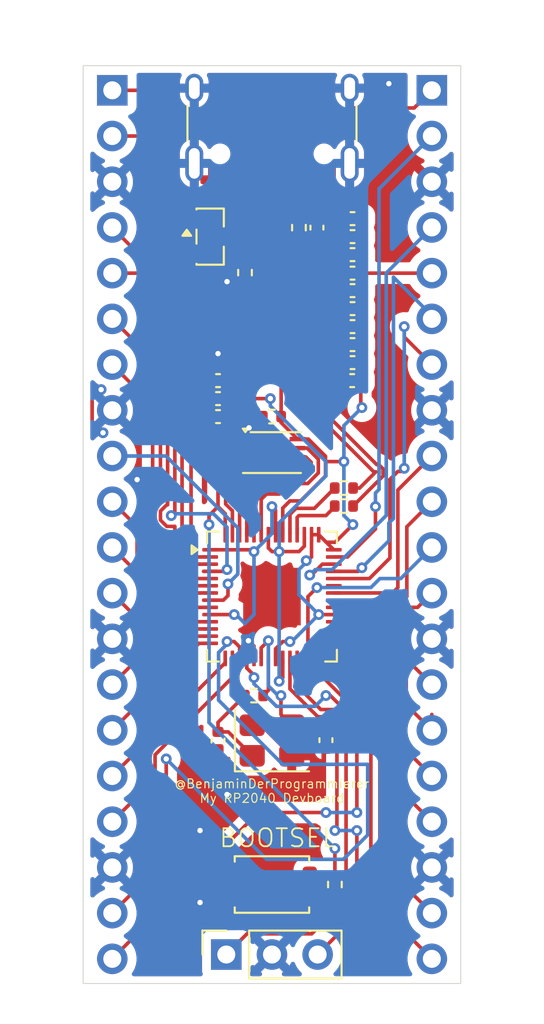
<source format=kicad_pcb>
(kicad_pcb (version 20241229) (generator "pcbnew") (generator_version "9.0")
  (layers (0 "F.Cu" signal) (2 "B.Cu" signal) (13 "F.Paste" user) (15 "B.Paste" user) (5 "F.SilkS" user "F.Silkscreen") (7 "B.SilkS" user "B.Silkscreen") (1 "F.Mask" user) (3 "B.Mask" user) (25 "Edge.Cuts" user))
  (net 0 "")
  (net 1 "+3V3")
  (net 2 "GND")
  (net 3 "+1V1")
  (net 4 "VBUS")
  (net 5 "XIN")
  (net 6 "Net-(C16-Pad2)")
  (net 7 "USB_D+")
  (net 8 "USB_D-")
  (net 9 "Net-(J1-CC1)")
  (net 10 "Net-(J1-CC2)")
  (net 11 "GPIO9")
  (net 12 "GPIO14")
  (net 13 "GPIO1")
  (net 14 "GPIO2")
  (net 15 "GPIO15")
  (net 16 "GPIO7")
  (net 17 "GPIO12")
  (net 18 "GPIO4")
  (net 19 "GPIO13")
  (net 20 "GPIO6")
  (net 21 "GPIO3")
  (net 22 "GPIO5")
  (net 23 "GPIO8")
  (net 24 "GPIO10")
  (net 25 "GPIO0")
  (net 26 "GPIO11")
  (net 27 "GPIO17")
  (net 28 "GPIO19")
  (net 29 "GPIO24")
  (net 30 "GPIO21")
  (net 31 "RUN")
  (net 32 "GPIO23")
  (net 33 "GPIO20")
  (net 34 "GPIO18")
  (net 35 "GPIO28_ADC2")
  (net 36 "GPIO22")
  (net 37 "GPIO16")
  (net 38 "GPIO29_ADC3")
  (net 39 "GPIO26_ADC0")
  (net 40 "GPIO27_ADC1")
  (net 41 "SWCLK")
  (net 42 "SWD")
  (net 43 "Net-(U1-USB_DP)")
  (net 44 "Net-(U1-USB_DM)")
  (net 45 "XOUT")
  (net 46 "QSPI_SS")
  (net 47 "Net-(R7-Pad1)")
  (net 49 "QSPI_SD1")
  (net 50 "QSPI_SCLK")
  (net 51 "QSPI_SD3")
  (net 52 "QSPI_SD2")
  (net 53 "QSPI_SD0")
  (footprint "Connector_USB:USB_C_Receptacle_HRO_TYPE-C-31-M-12" (layer "F.Cu") (at 131 63.8 180)
    (property "Reference" "J1" (hide yes))
    (property "Value" "USB_C_Receptacle_USB2.0_14P")
  )
  (footprint "Resistor_SMD:R_0402_1005Metric" (layer "F.Cu") (at 135 85.97 180)
    (property "Reference" "R4" (hide yes))
    (property "Value" "27Ω")
  )
  (footprint "Capacitor_SMD:C_0402_1005Metric" (layer "F.Cu") (at 135.48 70 180)
    (property "Reference" "C14" (hide yes))
    (property "Value" "1µF")
  )
  (footprint "Capacitor_SMD:C_0402_1005Metric" (layer "F.Cu") (at 135.48 74 180)
    (property "Reference" "C1" (hide yes))
    (property "Value" "0.1µF")
  )
  (footprint "Connector_PinSocket_2.54mm:PinSocket_1x03_P2.54mm_Vertical" (layer "F.Cu") (at 128.46 110.89 90)
    (property "Reference" "J4" (hide yes))
    (property "Value" "Conn_01x03_Pin")
  )
  (footprint "Resistor_SMD:R_0402_1005Metric" (layer "F.Cu") (at 132.5 70.5 90)
    (property "Reference" "R1" (hide yes))
    (property "Value" "5.1kΩ")
  )
  (footprint "Resistor_SMD:R_0402_1005Metric" (layer "F.Cu") (at 134.5 107 90)
    (property "Reference" "R7" (hide yes))
    (property "Value" "1kΩ")
  )
  (footprint "Capacitor_SMD:C_0402_1005Metric" (layer "F.Cu") (at 135.48 77 180)
    (property "Reference" "C5" (hide yes))
    (property "Value" "0.1µF")
  )
  (footprint "Capacitor_SMD:C_0402_1005Metric" (layer "F.Cu") (at 133.5 70.5 -90)
    (property "Reference" "C13" (hide yes))
    (property "Value" "1µF")
  )
  (footprint "Package_TO_SOT_SMD:SOT-23" (layer "F.Cu") (at 127.5625 71)
    (property "Reference" "U2" (hide yes))
    (property "Value" "MCP1700x-330xxTT")
  )
  (footprint "Capacitor_SMD:C_0402_1005Metric" (layer "F.Cu") (at 135.48 71 180)
    (property "Reference" "C4" (hide yes))
    (property "Value" "0.1µF")
  )
  (footprint "Package_SON:Winbond_USON-8-1EP_3x2mm_P0.5mm_EP0.2x1.6mm" (layer "F.Cu") (at 131 83)
    (property "Reference" "U3" (hide yes))
    (property "Value" "W25Q16JVZPIQ TR")
  )
  (footprint "Resistor_SMD:R_0402_1005Metric" (layer "F.Cu") (at 131 81 180)
    (property "Reference" "R6" (hide yes))
    (property "Value" "10kΩ")
  )
  (footprint "Resistor_SMD:R_0402_1005Metric" (layer "F.Cu") (at 135 84.97 180)
    (property "Reference" "R3" (hide yes))
    (property "Value" "27Ω")
  )
  (footprint "Resistor_SMD:R_0402_1005Metric" (layer "F.Cu") (at 130 96.5)
    (property "Reference" "R5" (hide yes))
    (property "Value" "1kΩ")
  )
  (footprint "Capacitor_SMD:C_0402_1005Metric" (layer "F.Cu") (at 135.48 73.03 180)
    (property "Reference" "C2" (hide yes))
    (property "Value" "0.1µF")
  )
  (footprint "Capacitor_SMD:C_0402_1005Metric" (layer "F.Cu") (at 135.46 79 180)
    (property "Reference" "C9" (hide yes))
    (property "Value" "1µF")
  )
  (footprint "Connector_PinSocket_2.54mm:PinSocket_1x20_P2.54mm_Vertical" (layer "F.Cu") (at 122.12 62.87)
    (property "Reference" "J2" (hide yes))
    (property "Value" "Conn_01x20_Pin")
  )
  (footprint "Capacitor_SMD:C_0402_1005Metric" (layer "F.Cu") (at 135.48 76 180)
    (property "Reference" "C6" (hide yes))
    (property "Value" "0.1µF")
  )
  (footprint "Capacitor_SMD:C_0402_1005Metric" (layer "F.Cu") (at 128 79 180)
    (property "Reference" "C12" (hide yes))
    (property "Value" "1µF")
  )
  (footprint "Package_DFN_QFN:QFN-56-1EP_7x7mm_P0.4mm_EP3.2x3.2mm" (layer "F.Cu") (at 131 91)
    (property "Reference" "U1" (hide yes))
    (property "Value" "RP2040")
  )
  (footprint "Capacitor_SMD:C_0402_1005Metric" (layer "F.Cu") (at 135.48 75 180)
    (property "Reference" "C7" (hide yes))
    (property "Value" "0.1µF")
  )
  (footprint "Resistor_SMD:R_0402_1005Metric" (layer "F.Cu") (at 129.5 73 -90)
    (property "Reference" "R2" (hide yes))
    (property "Value" "5.1kΩ")
  )
  (footprint "Capacitor_SMD:C_0402_1005Metric" (layer "F.Cu") (at 135.48 78 180)
    (property "Reference" "C8" (hide yes))
    (property "Value" "0.1µF")
  )
  (footprint "Capacitor_SMD:C_0402_1005Metric" (layer "F.Cu") (at 128 99 90)
    (property "Reference" "C16" (hide yes))
    (property "Value" "33pF")
  )
  (footprint "Crystal:Crystal_SMD_3225-4Pin_3.2x2.5mm" (layer "F.Cu") (at 131 99)
    (property "Reference" "Y1" (hide yes))
    (property "Value" "12 MHz")
  )
  (footprint "Button_Switch_SMD:SW_Push_SPST_NO_Alps_SKRK" (layer "F.Cu") (at 131 107)
    (property "Reference" "SW1" (hide yes))
    (property "Value" "SW_Push")
  )
  (footprint "Capacitor_SMD:C_0402_1005Metric" (layer "F.Cu") (at 135.48 72 180)
    (property "Reference" "C3" (hide yes))
    (property "Value" "0.1µF")
  )
  (footprint "Capacitor_SMD:C_0402_1005Metric" (layer "F.Cu") (at 128 81 180)
    (property "Reference" "C10" (hide yes))
    (property "Value" "0.1µF")
  )
  (footprint "Capacitor_SMD:C_0402_1005Metric" (layer "F.Cu") (at 128 80 180)
    (property "Reference" "C11" (hide yes))
    (property "Value" "0.1µF")
  )
  (footprint "Connector_PinSocket_2.54mm:PinSocket_1x20_P2.54mm_Vertical" (layer "F.Cu") (at 139.89 62.87)
    (property "Reference" "J3" (hide yes))
    (property "Value" "Conn_01x20_Pin")
  )
  (footprint "Capacitor_SMD:C_0402_1005Metric" (layer "F.Cu") (at 134 98.98 90)
    (property "Reference" "C15" (hide yes))
    (property "Value" "33pF")
  )
  (gr_rect (start 120.5 61.5) (end 141.5 112.5) (stroke (width 0.05)) (fill no) (layer "Edge.Cuts"))
  (gr_text "@BenjaminDerProgrammierer\nMy RP2040 Devboard" (at 131 102.5 0) (layer "F.SilkS") (effects (font (size 0.5 0.5) (thickness 0.0625)) (justify bottom)))
  (gr_text "BOOTSEL\n" (at 128 105 0) (layer "F.SilkS") (effects (font (size 1 1) (thickness 0.1)) (justify left bottom)))
  (segment (start 133.978 83.203002) (end 133.978 83.5) (width 0.2) (layer "F.Cu") (net 1))
  (segment (start 126.625 71.95) (end 126.625 73.821966) (width 0.2) (layer "F.Cu") (net 1))
  (segment (start 131.2 94.4375) (end 131.2 93.902226) (width 0.2) (layer "F.Cu") (net 1))
  (segment (start 134.4375 92) (end 134.5 92) (width 0.2) (layer "F.Cu") (net 1))
  (segment (start 134.4375 92) (end 133.6 92) (width 0.2) (layer "F.Cu") (net 1))
  (segment (start 127.5625 92) (end 128.899998 92) (width 0.2) (layer "F.Cu") (net 1))
  (segment (start 131.602226 93.5) (end 131.2 93.902226) (width 0.2) (layer "F.Cu") (net 1))
  (segment (start 130.5 77.5) (end 131.51 78.51) (width 0.2) (layer "F.Cu") (net 1))
  (segment (start 133.6 87.5625) (end 133.2 87.5625) (width 0.2) (layer "F.Cu") (net 1))
  (segment (start 131.6 86.0852) (end 131.6 87.5625) (width 0.2) (layer "F.Cu") (net 1))
  (segment (start 133.978 83.5) (end 133.978 84.296998) (width 0.2) (layer "F.Cu") (net 1))
  (segment (start 139.89 73.03) (end 135.96 73.03) (width 0.2) (layer "F.Cu") (net 1))
  (segment (start 133.6 87.5625) (end 134.01875 87.98125) (width 0.2) (layer "F.Cu") (net 1))
  (segment (start 131.51 81.335) (end 132.425 82.25) (width 0.2) (layer "F.Cu") (net 1))
  (segment (start 131.2 87.5625) (end 131.2 86.2) (width 0.2) (layer "F.Cu") (net 1))
  (segment (start 130.303034 77.5) (end 130.5 77.5) (width 0.2) (layer "F.Cu") (net 1))
  (segment (start 135.94 79) (end 135.94 80.44) (width 0.2) (layer "F.Cu") (net 1))
  (segment (start 134.01875 87.98125) (end 134.51875 87.98125) (width 0.2) (layer "F.Cu") (net 1))
  (segment (start 132 85.6852) (end 131.6 86.0852) (width 0.2) (layer "F.Cu") (net 1))
  (segment (start 132.425 82.25) (end 133.024998 82.25) (width 0.2) (layer "F.Cu") (net 1))
  (segment (start 132 93.5) (end 131.602226 93.5) (width 0.2) (layer "F.Cu") (net 1))
  (segment (start 131.51 81) (end 131.51 81.335) (width 0.2) (layer "F.Cu") (net 1))
  (segment (start 133.2 88.8) (end 133.2 87.5625) (width 0.2) (layer "F.Cu") (net 1))
  (segment (start 135.96 78.98) (end 135.94 79) (width 0.2) (layer "F.Cu") (net 1))
  (segment (start 129.9 88.4) (end 127.5625 88.4) (width 0.2) (layer "F.Cu") (net 1))
  (segment (start 134.51875 87.98125) (end 135.5 87) (width 0.2) (layer "F.Cu") (net 1))
  (segment (start 132.589798 85.6852) (end 132 85.6852) (width 0.2) (layer "F.Cu") (net 1))
  (segment (start 131.2 86.2) (end 131 86) (width 0.2) (layer "F.Cu") (net 1))
  (segment (start 135.94 80.44) (end 136 80.5) (width 0.2) (layer "F.Cu") (net 1))
  (segment (start 130 88.5) (end 129.9 88.4) (width 0.2) (layer "F.Cu") (net 1))
  (segment (start 126.625 73.821966) (end 130.303034 77.5) (width 0.2) (layer "F.Cu") (net 1))
  (segment (start 132.906484 89.004944) (end 132.995056 89.004944) (width 0.2) (layer "F.Cu") (net 1))
  (segment (start 135 83.5) (end 133.978 83.5) (width 0.2) (layer "F.Cu") (net 1))
  (segment (start 132.995056 89.004944) (end 133.2 88.8) (width 0.2) (layer "F.Cu") (net 1))
  (segment (start 131.51 78.51) (end 131.51 81) (width 0.2) (layer "F.Cu") (net 1))
  (segment (start 133.978 84.296998) (end 132.589798 85.6852) (width 0.2) (layer "F.Cu") (net 1))
  (segment (start 135.96 70) (end 135.96 78.98) (width 0.2) (layer "F.Cu") (net 1))
  (segment (start 134.01875 87.98125) (end 134.4375 88.4) (width 0.2) (layer "F.Cu") (net 1))
  (segment (start 133.024998 82.25) (end 133.978 83.203002) (width 0.2) (layer "F.Cu") (net 1))
  (segment (start 131.6 87.5625) (end 131.2 87.5625) (width 0.2) (layer "F.Cu") (net 1))
  (via (at 135 83.5) (size 0.6) (drill 0.3) (layers "F.Cu" "B.Cu") (net 1))
  (via (at 133.6 92) (size 0.6) (drill 0.3) (layers "F.Cu" "B.Cu") (net 1))
  (via (at 128.899998 92) (size 0.6) (drill 0.3) (layers "F.Cu" "B.Cu") (net 1))
  (via (at 132 93.5) (size 0.6) (drill 0.3) (layers "F.Cu" "B.Cu") (net 1))
  (via (at 130 88.5) (size 0.6) (drill 0.3) (layers "F.Cu" "B.Cu") (net 1))
  (via (at 135.5 87) (size 0.6) (drill 0.3) (layers "F.Cu" "B.Cu") (net 1))
  (via (at 131 86) (size 0.6) (drill 0.3) (layers "F.Cu" "B.Cu") (net 1))
  (via (at 136 80.5) (size 0.6) (drill 0.3) (layers "F.Cu" "B.Cu") (net 1))
  (via (at 132.906484 89.004944) (size 0.6) (drill 0.3) (layers "F.Cu" "B.Cu") (net 1))
  (segment (start 135 86.5) (end 135 83.5) (width 0.2) (layer "B.Cu") (net 1))
  (segment (start 132.906484 89.004944) (end 132.906484 89.093516) (width 0.2) (layer "B.Cu") (net 1))
  (segment (start 133.6 92) (end 132.1 93.5) (width 0.2) (layer "B.Cu") (net 1))
  (segment (start 132.499002 90.899002) (end 133.6 92) (width 0.2) (layer "B.Cu") (net 1))
  (segment (start 135 81.5) (end 135 83.5) (width 0.2) (layer "B.Cu") (net 1))
  (segment (start 132.1 93.5) (end 132 93.5) (width 0.2) (layer "B.Cu") (net 1))
  (segment (start 130 88.5) (end 130 92) (width 0.2) (layer "B.Cu") (net 1))
  (segment (start 129 92) (end 129.5 92.5) (width 0.2) (layer "B.Cu") (net 1))
  (segment (start 128.899998 92) (end 129 92) (width 0.2) (layer "B.Cu") (net 1))
  (segment (start 136 80.5) (end 135 81.5) (width 0.2) (layer "B.Cu") (net 1))
  (segment (start 131 87.5) (end 130 88.5) (width 0.2) (layer "B.Cu") (net 1))
  (segment (start 132.499002 89.500998) (end 132.499002 90.899002) (width 0.2) (layer "B.Cu") (net 1))
  (segment (start 130 92) (end 129.5 92.5) (width 0.2) (layer "B.Cu") (net 1))
  (segment (start 135.5 87) (end 135 86.5) (width 0.2) (layer "B.Cu") (net 1))
  (segment (start 131 86) (end 131 87.5) (width 0.2) (layer "B.Cu") (net 1))
  (segment (start 132.906484 89.093516) (end 132.499002 89.500998) (width 0.2) (layer "B.Cu") (net 1))
  (segment (start 121 80) (end 121.5 79.5) (width 0.2) (layer "F.Cu") (net 2))
  (segment (start 129.9 98.15) (end 130.4 98.15) (width 0.2) (layer "F.Cu") (net 2))
  (segment (start 121 81.293925) (end 121 80) (width 0.2) (layer "F.Cu") (net 2))
  (segment (start 130.326 83.464798) (end 130.326 82.035202) (width 0.2) (layer "F.Cu") (net 2))
  (segment (start 130.040798 83.75) (end 130.326 83.464798) (width 0.2) (layer "F.Cu") (net 2))
  (segment (start 121.605057 81.898982) (end 121 81.293925) (width 0.2) (layer "F.Cu") (net 2))
  (segment (start 134.905 68.5) (end 134.25 67.845) (width 0.2) (layer "F.Cu") (net 2))
  (segment (start 130 93.75147) (end 130 94.4375) (width 0.2) (layer "F.Cu") (net 2))
  (segment (start 129.915798 81.625) (end 129.723528 81.625) (width 0.2) (layer "F.Cu") (net 2))
  (segment (start 129.689899 93.45359) (end 129.70212 93.45359) (width 0.2) (layer "F.Cu") (net 2))
  (segment (start 135 68.5) (end 134.905 68.5) (width 0.2) (layer "F.Cu") (net 2))
  (segment (start 129.70212 93.45359) (end 130 93.75147) (width 0.2) (layer "F.Cu") (net 2))
  (segment (start 132.49 99.46) (end 132.1 99.85) (width 0.2) (layer "F.Cu") (net 2))
  (segment (start 130.4 98.15) (end 132.1 99.85) (width 0.2) (layer "F.Cu") (net 2))
  (segment (start 135.32 66.93) (end 135.165 66.93) (width 0.2) (layer "F.Cu") (net 2))
  (segment (start 129.575 83.75) (end 130.040798 83.75) (width 0.2) (layer "F.Cu") (net 2))
  (segment (start 130.326 82.035202) (end 129.915798 81.625) (width 0.2) (layer "F.Cu") (net 2))
  (via (at 123.5 84.5) (size 0.6) (drill 0.3) (layers "F.Cu" "B.Cu") (net 2))
  (via (at 127 108) (size 0.6) (drill 0.3) (layers "F.Cu" "B.Cu") (net 2))
  (via (at 137.5 62.5) (size 0.6) (drill 0.3) (layers "F.Cu" "B.Cu") (net 2))
  (via (at 128 77.5) (size 0.6) (drill 0.3) (layers "F.Cu" "B.Cu") (net 2))
  (via (at 128.5 73.5) (size 0.6) (drill 0.3) (layers "F.Cu" "B.Cu") (net 2))
  (via (at 127 104) (size 0.6) (drill 0.3) (layers "F.Cu" "B.Cu") (net 2))
  (via (at 121.605057 81.898982) (size 0.6) (drill 0.3) (layers "F.Cu" "B.Cu") (net 2))
  (via (at 129.689899 93.45359) (size 0.6) (drill 0.3) (layers "F.Cu" "B.Cu") (net 2))
  (via (at 129.723528 81.625) (size 0.6) (drill 0.3) (layers "F.Cu" "B.Cu") (net 2))
  (via (at 121.5 79.5) (size 0.6) (drill 0.3) (layers "F.Cu" "B.Cu") (net 2))
  (via (at 128.5 102) (size 0.6) (drill 0.3) (layers "F.Cu" "B.Cu") (net 2))
  (segment (start 128.48 81) (end 129.48 80) (width 0.2) (layer "F.Cu") (net 3))
  (segment (start 131.4 88.5) (end 131 88.5) (width 0.2) (layer "F.Cu") (net 3))
  (segment (start 132.8 88.2) (end 132.8 87.5625) (width 0.2) (layer "F.Cu") (net 3))
  (segment (start 129.48 80) (end 130.91 80) (width 0.2) (layer "F.Cu") (net 3))
  (segment (start 131 88.5) (end 130.8 88.3) (width 0.2) (layer "F.Cu") (net 3))
  (segment (start 131.4 88.5) (end 132.5 88.5) (width 0.2) (layer "F.Cu") (net 3))
  (segment (start 132.5 88.5) (end 132.8 88.2) (width 0.2) (layer "F.Cu") (net 3))
  (segment (start 131.6 94.4375) (end 131.6 95.506272) (width 0.2) (layer "F.Cu") (net 3))
  (segment (start 128.48 79) (end 128.48 80) (width 0.2) (layer "F.Cu") (net 3))
  (segment (start 130.8 88.3) (end 130.8 87.5625) (width 0.2) (layer "F.Cu") (net 3))
  (segment (start 128.48 80) (end 128.48 81) (width 0.2) (layer "F.Cu") (net 3))
  (segment (start 131.6 95.506272) (end 131.4 95.706272) (width 0.2) (layer "F.Cu") (net 3))
  (via (at 131.4 95.706272) (size 0.6) (drill 0.3) (layers "F.Cu" "B.Cu") (net 3))
  (via (at 130.91 80) (size 0.6) (drill 0.3) (layers "F.Cu" "B.Cu") (net 3))
  (via (at 131.4 88.5) (size 0.6) (drill 0.3) (layers "F.Cu" "B.Cu") (net 3))
  (segment (start 131.4 88.5) (end 131.5 88.5) (width 0.2) (layer "B.Cu") (net 3))
  (segment (start 131.4 86.9) (end 134 84.3) (width 0.2) (layer "B.Cu") (net 3))
  (segment (start 131.4 88.5) (end 131.4 86.9) (width 0.2) (layer "B.Cu") (net 3))
  (segment (start 131.4 88.5) (end 131.4 95.706272) (width 0.2) (layer "B.Cu") (net 3))
  (segment (start 134 84.3) (end 134 83.5) (width 0.2) (layer "B.Cu") (net 3))
  (segment (start 130.91 80.41) (end 130.91 80) (width 0.2) (layer "B.Cu") (net 3))
  (segment (start 134 83.5) (end 130.91 80.41) (width 0.2) (layer "B.Cu") (net 3))
  (segment (start 138.909 63.851) (end 135.482992 63.851) (width 0.2) (layer "F.Cu") (net 4))
  (segment (start 135.333992 64) (end 133 64) (width 0.2) (layer "F.Cu") (net 4))
  (segment (start 131.276 65.724) (end 133 64) (width 0.2) (layer "F.Cu") (net 4))
  (segment (start 128.55 66.92) (end 129.746 65.724) (width 0.2) (layer "F.Cu") (net 4))
  (segment (start 133.319 66.819) (end 132 66.819) (width 0.2) (layer "F.Cu") (net 4))
  (segment (start 133.45 69.97) (end 133.5 70.02) (width 0.2) (layer "F.Cu") (net 4))
  (segment (start 130.905 65.724) (end 131.276 65.724) (width 0.2) (layer "F.Cu") (net 4))
  (segment (start 130.276 65.724) (end 130.905 65.724) (width 0.2) (layer "F.Cu") (net 4))
  (segment (start 133.45 67.845) (end 133.45 66.95) (width 0.2) (layer "F.Cu") (net 4))
  (segment (start 128.55 67.845) (end 128.55 66.92) (width 0.2) (layer "F.Cu") (net 4))
  (segment (start 133.45 67.845) (end 133.45 69.97) (width 0.2) (layer "F.Cu") (net 4))
  (segment (start 128.55 67.845) (end 128.55 68.95) (width 0.2) (layer "F.Cu") (net 4))
  (segment (start 128.5 69) (end 128.5 71) (width 0.2) (layer "F.Cu") (net 4))
  (segment (start 135.482992 63.851) (end 135.333992 64) (width 0.2) (layer "F.Cu") (net 4))
  (segment (start 128.55 68.95) (end 128.5 69) (width 0.2) (layer "F.Cu") (net 4))
  (segment (start 133.45 66.95) (end 133.319 66.819) (width 0.2) (layer "F.Cu") (net 4))
  (segment (start 139.89 62.87) (end 138.909 63.851) (width 0.2) (layer "F.Cu") (net 4))
  (segment (start 129.746 65.724) (end 130.276 65.724) (width 0.2) (layer "F.Cu") (net 4))
  (segment (start 132 66.819) (end 130.905 65.724) (width 0.2) (layer "F.Cu") (net 4))
  (segment (start 130.4 93.850402) (end 130.8 93.450402) (width 0.2) (layer "F.Cu") (net 5))
  (segment (start 132.1 98.15) (end 133.65 98.15) (width 0.2) (layer "F.Cu") (net 5))
  (segment (start 131.5 97.55) (end 132.1 98.15) (width 0.2) (layer "F.Cu") (net 5))
  (segment (start 133.65 98.15) (end 134 98.5) (width 0.2) (layer "F.Cu") (net 5))
  (segment (start 130.4 94.4375) (end 130.4 93.850402) (width 0.2) (layer "F.Cu") (net 5))
  (segment (start 131.5 96.5) (end 131.5 97.55) (width 0.2) (layer "F.Cu") (net 5))
  (via (at 131.5 96.5) (size 0.6) (drill 0.3) (layers "F.Cu" "B.Cu") (net 5))
  (via (at 130.8 93.450402) (size 0.6) (drill 0.3) (layers "F.Cu" "B.Cu") (net 5))
  (segment (start 130.8 95.956215) (end 131.343785 96.5) (width 0.2) (layer "B.Cu") (net 5))
  (segment (start 131.343785 96.5) (end 131.5 96.5) (width 0.2) (layer "B.Cu") (net 5))
  (segment (start 130.8 93.683038) (end 130.8 95.956215) (width 0.2) (layer "B.Cu") (net 5))
  (segment (start 131.510404 96.510404) (end 131.5 96.5) (width 0.2) (layer "B.Cu") (net 5))
  (segment (start 128.57 98.52) (end 128 98.52) (width 0.2) (layer "F.Cu") (net 6))
  (segment (start 128 97.99) (end 128 98.52) (width 0.2) (layer "F.Cu") (net 6))
  (segment (start 129.49 96.5) (end 128 97.99) (width 0.2) (layer "F.Cu") (net 6))
  (segment (start 129.9 99.85) (end 128.57 98.52) (width 0.2) (layer "F.Cu") (net 6))
  (segment (start 129.822277 75.753198) (end 130.035 75.753198) (width 0.2) (layer "F.Cu") (net 7))
  (segment (start 136.775 84.068603) (end 136.659504 84.068603) (width 0.2) (layer "F.Cu") (net 7))
  (segment (start 130.335422 76.965288) (end 130.335422 76.65362) (width 0.2) (layer "F.Cu") (net 7))
  (segment (start 130.275 75.513198) (end 130.275 75.393198) (width 0.2) (layer "F.Cu") (net 7))
  (segment (start 131.201 66.819) (end 131.25 66.868) (width 0.2) (layer "F.Cu") (net 7))
  (segment (start 130.275 68.957501) (end 130.25 68.932501) (width 0.2) (layer "F.Cu") (net 7))
  (segment (start 130.25 66.868) (end 130.299 66.819) (width 0.2) (layer "F.Cu") (net 7))
  (segment (start 136.361158 84.482445) (end 136.26224 84.581363) (width 0.2) (layer "F.Cu") (net 7))
  (segment (start 130.035 76.353198) (end 129.822277 76.353198) (width 0.2) (layer "F.Cu") (net 7))
  (segment (start 131.911 78.3439) (end 130.6661 77.099) (width 0.2) (layer "F.Cu") (net 7))
  (segment (start 130.6661 77.099) (end 130.469134 77.099) (width 0.2) (layer "F.Cu") (net 7))
  (segment (start 130.25 67.845) (end 130.25 66.868) (width 0.2) (layer "F.Cu") (net 7))
  (segment (start 130.275 75.393198) (end 130.275 74.932501) (width 0.2) (layer "F.Cu") (net 7))
  (segment (start 130.275 74.932501) (end 130.275 68.957501) (width 0.2) (layer "F.Cu") (net 7))
  (segment (start 130.335422 76.65362) (end 130.275 76.593198) (width 0.2) (layer "F.Cu") (net 7))
  (segment (start 131.25 66.868) (end 131.25 67.845) (width 0.2) (layer "F.Cu") (net 7))
  (segment (start 129.582277 76.113198) (end 129.582277 75.993198) (width 0.2) (layer "F.Cu") (net 7))
  (segment (start 136.166149 84.677454) (end 136.168975 84.674628) (width 0.2) (layer "F.Cu") (net 7))
  (segment (start 130.469134 77.099) (end 130.335422 76.965288) (width 0.2) (layer "F.Cu") (net 7))
  (segment (start 130.25 68.932501) (end 130.25 67.845) (width 0.2) (layer "F.Cu") (net 7))
  (segment (start 136.26224 84.581363) (end 136.168975 84.674628) (width 0.2) (layer "F.Cu") (net 7))
  (segment (start 136.659504 84.068603) (end 131.911 79.320099) (width 0.2) (layer "F.Cu") (net 7))
  (segment (start 135.51 84.97) (end 135.873603 84.97) (width 0.2) (layer "F.Cu") (net 7))
  (segment (start 135.873603 84.97) (end 136.166149 84.677454) (width 0.2) (layer "F.Cu") (net 7))
  (segment (start 130.299 66.819) (end 131.201 66.819) (width 0.2) (layer "F.Cu") (net 7))
  (segment (start 131.911 79.320099) (end 131.911 78.3439) (width 0.2) (layer "F.Cu") (net 7))
  (segment (start 136.361158 84.482445) (end 136.775 84.068603) (width 0.2) (layer "F.Cu") (net 7))
  (arc (start 129.582277 75.993198) (mid 129.652571 75.823492) (end 129.822277 75.753198) (width 0.2) (layer "F.Cu") (net 7))
  (arc (start 130.275 76.593198) (mid 130.204706 76.423492) (end 130.035 76.353198) (width 0.2) (layer "F.Cu") (net 7))
  (arc (start 129.822277 76.353198) (mid 129.652571 76.282904) (end 129.582277 76.113198) (width 0.2) (layer "F.Cu") (net 7))
  (arc (start 130.035 75.753198) (mid 130.204706 75.682904) (end 130.275 75.513198) (width 0.2) (layer "F.Cu") (net 7))
  (segment (start 137.176 83.902503) (end 137.176 84.176) (width 0.2) (layer "F.Cu") (net 8))
  (segment (start 130.725 76.476098) (end 130.736422 76.48752) (width 0.2) (layer "F.Cu") (net 8))
  (segment (start 136.825604 83.667603) (end 136.9411 83.667603) (width 0.2) (layer "F.Cu") (net 8))
  (segment (start 130.75 68.932501) (end 130.725 68.957501) (width 0.2) (layer "F.Cu") (net 8))
  (segment (start 130.75 68.822) (end 130.75 67.845) (width 0.2) (layer "F.Cu") (net 8))
  (segment (start 137.176 84.176) (end 137.225 84.225) (width 0.2) (layer "F.Cu") (net 8))
  (segment (start 131.75 67.845) (end 131.75 68.822) (width 0.2) (layer "F.Cu") (net 8))
  (segment (start 130.725 68.957501) (end 130.725 76.476098) (width 0.2) (layer "F.Cu") (net 8))
  (segment (start 132.312 78.1778) (end 132.312 79.153999) (width 0.2) (layer "F.Cu") (net 8))
  (segment (start 130.736422 76.48752) (end 130.736422 76.698) (width 0.2) (layer "F.Cu") (net 8))
  (segment (start 137.225 84.255) (end 135.51 85.97) (width 0.2) (layer "F.Cu") (net 8))
  (segment (start 136.9411 83.667603) (end 137.176 83.902503) (width 0.2) (layer "F.Cu") (net 8))
  (segment (start 132.312 79.153999) (end 136.825604 83.667603) (width 0.2) (layer "F.Cu") (net 8))
  (segment (start 130.8322 76.698) (end 132.312 78.1778) (width 0.2) (layer "F.Cu") (net 8))
  (segment (start 137.225 84.225) (end 137.225 84.255) (width 0.2) (layer "F.Cu") (net 8))
  (segment (start 131.75 68.822) (end 131.701 68.871) (width 0.2) (layer "F.Cu") (net 8))
  (segment (start 131.701 68.871) (end 130.799 68.871) (width 0.2) (layer "F.Cu") (net 8))
  (segment (start 130.736422 76.698) (end 130.8322 76.698) (width 0.2) (layer "F.Cu") (net 8))
  (segment (start 130.75 67.845) (end 130.75 68.932501) (width 0.2) (layer "F.Cu") (net 8))
  (segment (start 130.799 68.871) (end 130.75 68.822) (width 0.2) (layer "F.Cu") (net 8))
  (segment (start 132.25 67.845) (end 132.25 68.822) (width 0.2) (layer "F.Cu") (net 9))
  (segment (start 132.5 69.072) (end 132.5 69.99) (width 0.2) (layer "F.Cu") (net 9))
  (segment (start 132.25 68.822) (end 132.5 69.072) (width 0.2) (layer "F.Cu") (net 9))
  (segment (start 129.5385 72.4515) (end 129.5 72.49) (width 0.2) (layer "F.Cu") (net 10))
  (segment (start 129.5385 70.659032) (end 129.5385 72.4515) (width 0.2) (layer "F.Cu") (net 10))
  (segment (start 129.25 70.370532) (end 129.5385 70.659032) (width 0.2) (layer "F.Cu") (net 10))
  (segment (start 129.25 67.845) (end 129.25 70.370532) (width 0.2) (layer "F.Cu") (net 10))
  (segment (start 127.5625 92.8) (end 124.1 92.8) (width 0.2) (layer "F.Cu") (net 11))
  (segment (start 124.1 92.8) (end 122.11 90.81) (width 0.2) (layer "F.Cu") (net 11))
  (segment (start 128.9 93.5) (end 129.2 93.8) (width 0.2) (layer "F.Cu") (net 12))
  (segment (start 122.11 108.59) (end 125.120028 105.579972) (width 0.2) (layer "F.Cu") (net 12))
  (segment (start 129.2 94.4375) (end 129.2 93.8) (width 0.2) (layer "F.Cu") (net 12))
  (segment (start 125.120028 105.579972) (end 125.120028 100.020028) (width 0.2) (layer "F.Cu") (net 12))
  (segment (start 128.5 93.5) (end 128.9 93.5) (width 0.2) (layer "F.Cu") (net 12))
  (via (at 125.120028 100.020028) (size 0.6) (drill 0.3) (layers "F.Cu" "B.Cu") (net 12))
  (via (at 128.5 93.5) (size 0.6) (drill 0.3) (layers "F.Cu" "B.Cu") (net 12))
  (segment (start 128.030066 94.109674) (end 128.030066 96.759347) (width 0.2) (layer "B.Cu") (net 12))
  (segment (start 134.969943 105.601) (end 130.701 105.601) (width 0.2) (layer "B.Cu") (net 12))
  (segment (start 128.5 93.63974) (end 128.030066 94.109674) (width 0.2) (layer "B.Cu") (net 12))
  (segment (start 128.5 93.5) (end 128.5 93.63974) (width 0.2) (layer "B.Cu") (net 12))
  (segment (start 130.701 105.601) (end 125.120028 100.020028) (width 0.2) (layer "B.Cu") (net 12))
  (segment (start 136.322 100.322) (end 136.322 104.248943) (width 0.2) (layer "B.Cu") (net 12))
  (segment (start 128.030066 96.759347) (end 131.592719 100.322) (width 0.2) (layer "B.Cu") (net 12))
  (segment (start 136.322 104.248943) (end 134.969943 105.601) (width 0.2) (layer "B.Cu") (net 12))
  (segment (start 131.592719 100.322) (end 136.322 100.322) (width 0.2) (layer "B.Cu") (net 12))
  (segment (start 126.6349 89.2) (end 126.6339 89.201) (width 0.2) (layer "F.Cu") (net 13))
  (segment (start 122.11 65.41) (end 124.91 65.41) (width 0.2) (layer "F.Cu") (net 13))
  (segment (start 125 65.5) (end 125 73.5) (width 0.2) (layer "F.Cu") (net 13))
  (segment (start 125 73.5) (end 126 74.5) (width 0.2) (layer "F.Cu") (net 13))
  (segment (start 126 88.5671) (end 126.6339 89.201) (width 0.2) (layer "F.Cu") (net 13))
  (segment (start 124.91 65.41) (end 125 65.5) (width 0.2) (layer "F.Cu") (net 13))
  (segment (start 126 74.5) (end 126 88.5671) (width 0.2) (layer "F.Cu") (net 13))
  (segment (start 126.6339 89.201) (end 127.026226 89.201) (width 0.2) (layer "F.Cu") (net 13))
  (segment (start 127.5625 89.2) (end 126.6349 89.2) (width 0.2) (layer "F.Cu") (net 13))
  (segment (start 124.5 73.5671) (end 124.5 71.5) (width 0.2) (layer "F.Cu") (net 14))
  (segment (start 125.599 74.6661) (end 124.5 73.5671) (width 0.2) (layer "F.Cu") (net 14))
  (segment (start 127.194326 89.6) (end 127.5625 89.6) (width 0.2) (layer "F.Cu") (net 14))
  (segment (start 127.5625 89.6) (end 128.4 89.6) (width 0.2) (layer "F.Cu") (net 14))
  (segment (start 125.599 86.301) (end 125.599 74.6661) (width 0.2) (layer "F.Cu") (net 14))
  (segment (start 124.5 71.5) (end 123.12 71.5) (width 0.2) (layer "F.Cu") (net 14))
  (segment (start 123.12 71.5) (end 122.11 70.49) (width 0.2) (layer "F.Cu") (net 14))
  (segment (start 125.4 86.5) (end 125.599 86.301) (width 0.2) (layer "F.Cu") (net 14))
  (segment (start 128.4 89.6) (end 128.5 89.5) (width 0.2) (layer "F.Cu") (net 14))
  (via (at 125.4 86.5) (size 0.6) (drill 0.3) (layers "F.Cu" "B.Cu") (net 14))
  (via (at 128.5 89.5) (size 0.6) (drill 0.3) (layers "F.Cu" "B.Cu") (net 14))
  (segment (start 125.501 86.399) (end 125.4 86.5) (width 0.2) (layer "B.Cu") (net 14))
  (segment (start 128.5 89.5) (end 128.5 87.150057) (width 0.2) (layer "B.Cu") (net 14))
  (segment (start 128.5 87.150057) (end 127.748943 86.399) (width 0.2) (layer "B.Cu") (net 14))
  (segment (start 127.748943 86.399) (end 125.501 86.399) (width 0.2) (layer "B.Cu") (net 14))
  (segment (start 129.6 94.4375) (end 129.6 94.972774) (width 0.2) (layer "F.Cu") (net 15))
  (segment (start 130.24 103) (end 134 103) (width 0.2) (layer "F.Cu") (net 15))
  (segment (start 129.6 94.972774) (end 129.599 94.971774) (width 0.2) (layer "F.Cu") (net 15))
  (segment (start 122.11 111.13) (end 130.24 103) (width 0.2) (layer "F.Cu") (net 15))
  (segment (start 135.721 97.9758) (end 134.2452 96.5) (width 0.2) (layer "F.Cu") (net 15))
  (segment (start 130 95.372774) (end 129.6 94.972774) (width 0.2) (layer "F.Cu") (net 15))
  (segment (start 130 95.5) (end 130 95.372774) (width 0.2) (layer "F.Cu") (net 15))
  (segment (start 135.721 103) (end 135.721 97.9758) (width 0.2) (layer "F.Cu") (net 15))
  (segment (start 134.2452 96.5) (end 134 96.5) (width 0.2) (layer "F.Cu") (net 15))
  (via (at 134 96.5) (size 0.6) (drill 0.3) (layers "F.Cu" "B.Cu") (net 15))
  (via (at 135.721 103) (size 0.6) (drill 0.3) (layers "F.Cu" "B.Cu") (net 15))
  (via (at 134 103) (size 0.6) (drill 0.3) (layers "F.Cu" "B.Cu") (net 15))
  (via (at 130 95.5) (size 0.6) (drill 0.3) (layers "F.Cu" "B.Cu") (net 15))
  (segment (start 131.251057 97.101) (end 130 95.849943) (width 0.2) (layer "B.Cu") (net 15))
  (segment (start 130 95.849943) (end 130 95.5) (width 0.2) (layer "B.Cu") (net 15))
  (segment (start 134 96.5) (end 133.399 97.101) (width 0.2) (layer "B.Cu") (net 15))
  (segment (start 133.399 97.101) (end 131.251057 97.101) (width 0.2) (layer "B.Cu") (net 15))
  (segment (start 134 103) (end 135.721 103) (width 0.2) (layer "B.Cu") (net 15))
  (segment (start 127.5625 91.6) (end 126.4658 91.6) (width 0.2) (layer "F.Cu") (net 16))
  (segment (start 123.5 87.12) (end 122.11 85.73) (width 0.2) (layer "F.Cu") (net 16))
  (segment (start 123.5 88.6342) (end 123.5 87.12) (width 0.2) (layer "F.Cu") (net 16))
  (segment (start 126.4658 91.6) (end 123.5 88.6342) (width 0.2) (layer "F.Cu") (net 16))
  (segment (start 122.11 100.97) (end 128.4 94.68) (width 0.2) (layer "F.Cu") (net 17))
  (segment (start 128.4 94.68) (end 128.4 94.4375) (width 0.2) (layer "F.Cu") (net 17))
  (segment (start 124.398 87.398) (end 124.398 85.399) (width 0.2) (layer "F.Cu") (net 18))
  (segment (start 126.4 90.4) (end 125 89) (width 0.2) (layer "F.Cu") (net 18))
  (segment (start 125 87.5) (end 124.5 87.5) (width 0.2) (layer "F.Cu") (net 18))
  (segment (start 125 89) (end 125 87.5) (width 0.2) (layer "F.Cu") (net 18))
  (segment (start 124.797 78.257) (end 122.11 75.57) (width 0.2) (layer "F.Cu") (net 18))
  (segment (start 124.398 85.399) (end 124.797 85) (width 0.2) (layer "F.Cu") (net 18))
  (segment (start 124.797 85) (end 124.797 78.257) (width 0.2) (layer "F.Cu") (net 18))
  (segment (start 127.5625 90.4) (end 126.4 90.4) (width 0.2) (layer "F.Cu") (net 18))
  (segment (start 124.5 87.5) (end 124.398 87.398) (width 0.2) (layer "F.Cu") (net 18))
  (segment (start 128.8 95.491527) (end 128.8 94.4375) (width 0.2) (layer "F.Cu") (net 19))
  (segment (start 124.5 99.791527) (end 128.8 95.491527) (width 0.2) (layer "F.Cu") (net 19))
  (segment (start 122.11 103.51) (end 124.5 101.12) (width 0.2) (layer "F.Cu") (net 19))
  (segment (start 124.5 101.12) (end 124.5 99.791527) (width 0.2) (layer "F.Cu") (net 19))
  (segment (start 127.2 91.2) (end 127.5625 91.2) (width 0.2) (layer "F.Cu") (net 20))
  (segment (start 128.3 91.2) (end 127.5625 91.2) (width 0.2) (layer "F.Cu") (net 20))
  (segment (start 128.553273 90.298227) (end 128.553273 90.946727) (width 0.2) (layer "F.Cu") (net 20))
  (segment (start 128.553273 90.946727) (end 128.3 91.2) (width 0.2) (layer "F.Cu") (net 20))
  (via (at 128.553273 90.298227) (size 0.6) (drill 0.3) (layers "F.Cu" "B.Cu") (net 20))
  (segment (start 125.107043 83.19) (end 122.11 83.19) (width 0.2) (layer "B.Cu") (net 20))
  (segment (start 129.101 87.183957) (end 125.107043 83.19) (width 0.2) (layer "B.Cu") (net 20))
  (segment (start 128.553273 90.298227) (end 129.101 89.7505) (width 0.2) (layer "B.Cu") (net 20))
  (segment (start 129.101 89.7505) (end 129.101 87.183957) (width 0.2) (layer "B.Cu") (net 20))
  (segment (start 124 73.5) (end 124 73.6342) (width 0.2) (layer "F.Cu") (net 21))
  (segment (start 125.198 74.8322) (end 125.198 85.899) (width 0.2) (layer "F.Cu") (net 21))
  (segment (start 125.599 88.7332) (end 126.8658 90) (width 0.2) (layer "F.Cu") (net 21))
  (segment (start 124 73.6342) (end 125.198 74.8322) (width 0.2) (layer "F.Cu") (net 21))
  (segment (start 123.53 73.03) (end 124 73.5) (width 0.2) (layer "F.Cu") (net 21))
  (segment (start 125.151057 87.101) (end 125.599 87.101) (width 0.2) (layer "F.Cu") (net 21))
  (segment (start 126.8658 90) (end 127.5625 90) (width 0.2) (layer "F.Cu") (net 21))
  (segment (start 125.198 85.899) (end 125.151057 85.899) (width 0.2) (layer "F.Cu") (net 21))
  (segment (start 125.599 87.101) (end 125.599 88.7332) (width 0.2) (layer "F.Cu") (net 21))
  (segment (start 124.799 86.251057) (end 124.799 86.748943) (width 0.2) (layer "F.Cu") (net 21))
  (segment (start 124.799 86.748943) (end 125.151057 87.101) (width 0.2) (layer "F.Cu") (net 21))
  (segment (start 122.11 73.03) (end 123.53 73.03) (width 0.2) (layer "F.Cu") (net 21))
  (segment (start 125.151057 85.899) (end 124.799 86.251057) (width 0.2) (layer "F.Cu") (net 21))
  (segment (start 124.36495 84.86495) (end 123.997 85.2329) (width 0.2) (layer "F.Cu") (net 22))
  (segment (start 126.2339 90.801) (end 127 90.801) (width 0.2) (layer "F.Cu") (net 22))
  (segment (start 123.997 88.5641) (end 126.2339 90.801) (width 0.2) (layer "F.Cu") (net 22))
  (segment (start 127.001 90.8) (end 127 90.801) (width 0.2) (layer "F.Cu") (net 22))
  (segment (start 124.36495 80.36495) (end 124.36495 84.86495) (width 0.2) (layer "F.Cu") (net 22))
  (segment (start 123.997 85.2329) (end 123.997 88.5641) (width 0.2) (layer "F.Cu") (net 22))
  (segment (start 127 90.801) (end 127.026226 90.801) (width 0.2) (layer "F.Cu") (net 22))
  (segment (start 122.11 78.11) (end 124.36495 80.36495) (width 0.2) (layer "F.Cu") (net 22))
  (segment (start 127.5625 90.8) (end 127.001 90.8) (width 0.2) (layer "F.Cu") (net 22))
  (segment (start 126.24 92.4) (end 122.11 88.27) (width 0.2) (layer "F.Cu") (net 23))
  (segment (start 127.5625 92.4) (end 126.24 92.4) (width 0.2) (layer "F.Cu") (net 23))
  (segment (start 127.5625 93.2) (end 124.8 93.2) (width 0.2) (layer "F.Cu") (net 24))
  (segment (start 124.8 93.2) (end 122.11 95.89) (width 0.2) (layer "F.Cu") (net 24))
  (segment (start 125.5 64) (end 124.37 62.87) (width 0.2) (layer "F.Cu") (net 25))
  (segment (start 127.5625 88.8) (end 126.8 88.8) (width 0.2) (layer "F.Cu") (net 25))
  (segment (start 125.5 73.264066) (end 125.5 64) (width 0.2) (layer "F.Cu") (net 25))
  (segment (start 126.5 88.5) (end 126.5 74.264066) (width 0.2) (layer "F.Cu") (net 25))
  (segment (start 126.8 88.8) (end 126.5 88.5) (width 0.2) (layer "F.Cu") (net 25))
  (segment (start 126.5 74.264066) (end 125.5 73.264066) (width 0.2) (layer "F.Cu") (net 25))
  (segment (start 124.37 62.87) (end 122.11 62.87) (width 0.2) (layer "F.Cu") (net 25))
  (segment (start 126.94 93.6) (end 122.11 98.43) (width 0.2) (layer "F.Cu") (net 26))
  (segment (start 127.5625 93.6) (end 126.94 93.6) (width 0.2) (layer "F.Cu") (net 26))
  (segment (start 137 98) (end 137 105.7) (width 0.2) (layer "F.Cu") (net 27))
  (segment (start 137 105.7) (end 139.89 108.59) (width 0.2) (layer "F.Cu") (net 27))
  (segment (start 133.6 94.4375) (end 133.6 94.6) (width 0.2) (layer "F.Cu") (net 27))
  (segment (start 133.6 94.6) (end 137 98) (width 0.2) (layer "F.Cu") (net 27))
  (segment (start 134.4375 93.2) (end 134.972774 93.2) (width 0.2) (layer "F.Cu") (net 28))
  (segment (start 134.972774 93.2) (end 137.802 96.029226) (width 0.2) (layer "F.Cu") (net 28))
  (segment (start 137.802 98.882) (end 137.802 96.029226) (width 0.2) (layer "F.Cu") (net 28))
  (segment (start 139.89 100.97) (end 137.802 98.882) (width 0.2) (layer "F.Cu") (net 28))
  (segment (start 137.7 90.8) (end 138 90.5) (width 0.2) (layer "F.Cu") (net 29))
  (segment (start 138 90.5) (end 138 85.08) (width 0.2) (layer "F.Cu") (net 29))
  (segment (start 138 85.08) (end 139.89 83.19) (width 0.2) (layer "F.Cu") (net 29))
  (segment (start 134.4375 90.8) (end 137.7 90.8) (width 0.2) (layer "F.Cu") (net 29))
  (segment (start 139.89 95.89) (end 136.397 92.397) (width 0.2) (layer "F.Cu") (net 30))
  (segment (start 134.968774 92.4) (end 134.971774 92.397) (width 0.2) (layer "F.Cu") (net 30))
  (segment (start 134.4375 92.4) (end 134.968774 92.4) (width 0.2) (layer "F.Cu") (net 30))
  (segment (start 134.971774 92.397) (end 136.397 92.397) (width 0.2) (layer "F.Cu") (net 30))
  (segment (start 132.8 94.4375) (end 132.8 93.902226) (width 0.2) (layer "F.Cu") (net 31))
  (segment (start 132.8 93.902226) (end 132.799 93.903226) (width 0.2) (layer "F.Cu") (net 31))
  (segment (start 133 91.001) (end 133 93.702226) (width 0.2) (layer "F.Cu") (net 31))
  (segment (start 133.501 90.5) (end 133 91.001) (width 0.2) (layer "F.Cu") (net 31))
  (segment (start 133 93.702226) (end 132.8 93.902226) (width 0.2) (layer "F.Cu") (net 31))
  (via (at 133.501 90.5) (size 0.6) (drill 0.3) (layers "F.Cu" "B.Cu") (net 31))
  (segment (start 133.501 90.5) (end 136.5 90.5) (width 0.2) (layer "B.Cu") (net 31))
  (segment (start 138.16 90) (end 139.89 88.27) (width 0.2) (layer "B.Cu") (net 31))
  (segment (start 136.5 90.5) (end 137 90) (width 0.2) (layer "B.Cu") (net 31))
  (segment (start 137 90) (end 138.16 90) (width 0.2) (layer "B.Cu") (net 31))
  (segment (start 138.5 87.12) (end 139.89 85.73) (width 0.2) (layer "F.Cu") (net 32))
  (segment (start 138.5 91) (end 138.5 87.12) (width 0.2) (layer "F.Cu") (net 32))
  (segment (start 134.4375 91.2) (end 138.3 91.2) (width 0.2) (layer "F.Cu") (net 32))
  (segment (start 138.3 91.2) (end 138.5 91) (width 0.2) (layer "F.Cu") (net 32))
  (segment (start 134.4375 92.8) (end 135.135874 92.8) (width 0.2) (layer "F.Cu") (net 33))
  (segment (start 136.2309 92.798) (end 138.46645 95.03355) (width 0.2) (layer "F.Cu") (net 33))
  (segment (start 139.89 98.43) (end 139.89 97.550126) (width 0.2) (layer "F.Cu") (net 33))
  (segment (start 135.137874 92.798) (end 136.2309 92.798) (width 0.2) (layer "F.Cu") (net 33))
  (segment (start 138.46645 97.00645) (end 139.89 98.43) (width 0.2) (layer "F.Cu") (net 33))
  (segment (start 138.46645 95.03355) (end 138.46645 97.00645) (width 0.2) (layer "F.Cu") (net 33))
  (segment (start 135.137874 92.798) (end 135.135874 92.8) (width 0.2) (layer "F.Cu") (net 33))
  (segment (start 139.89 103.51) (end 137.401 101.021) (width 0.2) (layer "F.Cu") (net 34))
  (segment (start 137.401 101.021) (end 137.401 96.5635) (width 0.2) (layer "F.Cu") (net 34))
  (segment (start 137.401 96.5635) (end 134.4375 93.6) (width 0.2) (layer "F.Cu") (net 34))
  (segment (start 133.801 89.2) (end 134.4375 89.2) (width 0.2) (layer "F.Cu") (net 35))
  (segment (start 133.100002 89.807756) (end 133.193244 89.807756) (width 0.2) (layer "F.Cu") (net 35))
  (segment (start 133.193244 89.807756) (end 133.801 89.2) (width 0.2) (layer "F.Cu") (net 35))
  (via (at 133.100002 89.807756) (size 0.6) (drill 0.3) (layers "F.Cu" "B.Cu") (net 35))
  (segment (start 137.355043 73.024957) (end 139.89 70.49) (width 0.2) (layer "B.Cu") (net 35))
  (segment (start 133.100002 89.807756) (end 133.407758 89.5) (width 0.2) (layer "B.Cu") (net 35))
  (segment (start 134.349943 89.5) (end 137.355043 86.4949) (width 0.2) (layer "B.Cu") (net 35))
  (segment (start 133.407758 89.5) (end 134.349943 89.5) (width 0.2) (layer "B.Cu") (net 35))
  (segment (start 137.355043 86.4949) (end 137.355043 73.024957) (width 0.2) (layer "B.Cu") (net 35))
  (segment (start 139.1 91.6) (end 134.4375 91.6) (width 0.2) (layer "F.Cu") (net 36))
  (segment (start 134.972774 91.6) (end 134.971774 91.601) (width 0.2) (layer "F.Cu") (net 36))
  (segment (start 139.89 90.81) (end 139.1 91.6) (width 0.2) (layer "F.Cu") (net 36))
  (segment (start 134.4375 91.6) (end 134.972774 91.6) (width 0.2) (layer "F.Cu") (net 36))
  (segment (start 139.89 111.13) (end 136.5 107.74) (width 0.2) (layer "F.Cu") (net 37))
  (segment (start 136.5 98.150057) (end 133.849943 95.5) (width 0.2) (layer "F.Cu") (net 37))
  (segment (start 133.2 94.972774) (end 133.199 94.971774) (width 0.2) (layer "F.Cu") (net 37))
  (segment (start 133.727226 95.5) (end 133.2 94.972774) (width 0.2) (layer "F.Cu") (net 37))
  (segment (start 133.2 94.4375) (end 133.2 94.972774) (width 0.2) (layer "F.Cu") (net 37))
  (segment (start 136.5 107.74) (end 136.5 98.150057) (width 0.2) (layer "F.Cu") (net 37))
  (segment (start 133.849943 95.5) (end 133.727226 95.5) (width 0.2) (layer "F.Cu") (net 37))
  (segment (start 135.2 88.8) (end 136.755043 87.244957) (width 0.2) (layer "F.Cu") (net 38))
  (segment (start 136.755043 87.244957) (end 136.755043 86) (width 0.2) (layer "F.Cu") (net 38))
  (segment (start 134.4375 88.8) (end 135.2 88.8) (width 0.2) (layer "F.Cu") (net 38))
  (via (at 136.755043 86) (size 0.6) (drill 0.3) (layers "F.Cu" "B.Cu") (net 38))
  (segment (start 136.755043 86) (end 136.755043 85.245957) (width 0.2) (layer "B.Cu") (net 38))
  (segment (start 136.755043 85.245957) (end 136.954043 85.046957) (width 0.2) (layer "B.Cu") (net 38))
  (segment (start 136.954043 85.046957) (end 136.954043 68.345957) (width 0.2) (layer "B.Cu") (net 38))
  (segment (start 136.954043 68.345957) (end 139.89 65.41) (width 0.2) (layer "B.Cu") (net 38))
  (segment (start 139.89 78.11) (end 138.356043 76.576043) (width 0.2) (layer "F.Cu") (net 39))
  (segment (start 137.561 84.4861) (end 138 84.0471) (width 0.2) (layer "F.Cu") (net 39))
  (segment (start 138.356043 76.576043) (end 138.356043 76) (width 0.2) (layer "F.Cu") (net 39))
  (segment (start 134.4375 90) (end 136.41755 90) (width 0.2) (layer "F.Cu") (net 39))
  (segment (start 138.184373 84.0471) (end 138.356043 83.87543) (width 0.2) (layer "F.Cu") (net 39))
  (segment (start 137.561 88.85655) (end 137.561 84.4861) (width 0.2) (layer "F.Cu") (net 39))
  (segment (start 138 84.0471) (end 138.184373 84.0471) (width 0.2) (layer "F.Cu") (net 39))
  (segment (start 136.41755 90) (end 137.561 88.85655) (width 0.2) (layer "F.Cu") (net 39))
  (via (at 138.356043 83.87543) (size 0.6) (drill 0.3) (layers "F.Cu" "B.Cu") (net 39))
  (via (at 138.356043 76) (size 0.6) (drill 0.3) (layers "F.Cu" "B.Cu") (net 39))
  (segment (start 138.356043 76) (end 138.356043 83.87543) (width 0.2) (layer "B.Cu") (net 39))
  (segment (start 135.8 89.6) (end 136 89.4) (width 0.2) (layer "F.Cu") (net 40))
  (segment (start 134.4375 89.6) (end 135.8 89.6) (width 0.2) (layer "F.Cu") (net 40))
  (via (at 136 89.4) (size 0.6) (drill 0.3) (layers "F.Cu" "B.Cu") (net 40))
  (segment (start 137.5 87.9) (end 137.5 86.917043) (width 0.2) (layer "B.Cu") (net 40))
  (segment (start 136 89.4) (end 137.5 87.9) (width 0.2) (layer "B.Cu") (net 40))
  (segment (start 137.756043 73.256043) (end 139.89 75.39) (width 0.2) (layer "B.Cu") (net 40))
  (segment (start 139.89 75.39) (end 139.89 75.57) (width 0.2) (layer "B.Cu") (net 40))
  (segment (start 137.756043 86.661) (end 137.756043 73.256043) (width 0.2) (layer "B.Cu") (net 40))
  (segment (start 137.5 86.917043) (end 137.756043 86.661) (width 0.2) (layer "B.Cu") (net 40))
  (segment (start 132 96.12955) (end 132 94.4375) (width 0.2) (layer "F.Cu") (net 41))
  (segment (start 134.611 103.889) (end 134.611 98) (width 0.2) (layer "F.Cu") (net 41))
  (segment (start 133.54 110.89) (end 135.721 108.709) (width 0.2) (layer "F.Cu") (net 41))
  (segment (start 134.2891 97.6781) (end 133.54855 97.6781) (width 0.2) (layer "F.Cu") (net 41))
  (segment (start 134.611 98) (end 134.2891 97.6781) (width 0.2) (layer "F.Cu") (net 41))
  (segment (start 134.5 104) (end 134.611 103.889) (width 0.2) (layer "F.Cu") (net 41))
  (segment (start 135.721 108.709) (end 135.721 104) (width 0.2) (layer "F.Cu") (net 41))
  (segment (start 133.54855 97.6781) (end 132 96.12955) (width 0.2) (layer "F.Cu") (net 41))
  (via (at 134.5 104) (size 0.6) (drill 0.3) (layers "F.Cu" "B.Cu") (net 41))
  (via (at 135.721 104) (size 0.6) (drill 0.3) (layers "F.Cu" "B.Cu") (net 41))
  (segment (start 135.721 104) (end 134.5 104) (width 0.2) (layer "B.Cu") (net 41))
  (segment (start 135.121 107.82934) (end 133.21134 109.739) (width 0.2) (layer "F.Cu") (net 42))
  (segment (start 132.4 95.96245) (end 133.71465 97.2771) (width 0.2) (layer "F.Cu") (net 42))
  (segment (start 133.21134 109.739) (end 129.611 109.739) (width 0.2) (layer "F.Cu") (net 42))
  (segment (start 132.4 94.4375) (end 132.4 95.96245) (width 0.2) (layer "F.Cu") (net 42))
  (segment (start 129.611 109.739) (end 128.46 110.89) (width 0.2) (layer "F.Cu") (net 42))
  (segment (start 134.4552 97.2771) (end 135.121 97.9429) (width 0.2) (layer "F.Cu") (net 42))
  (segment (start 135.121 97.9429) (end 135.121 107.82934) (width 0.2) (layer "F.Cu") (net 42))
  (segment (start 133.71465 97.2771) (end 134.4552 97.2771) (width 0.2) (layer "F.Cu") (net 42))
  (segment (start 132 87.5625) (end 132 86.5) (width 0.2) (layer "F.Cu") (net 43))
  (segment (start 134.49 84.97) (end 133.361 86.099) (width 0.2) (layer "F.Cu") (net 43))
  (segment (start 133.361 86.099) (end 132.3339 86.099) (width 0.2) (layer "F.Cu") (net 43))
  (segment (start 132.3339 86.099) (end 132.001 86.4319) (width 0.2) (layer "F.Cu") (net 43))
  (segment (start 132.5 86.5) (end 134 86.5) (width 0.2) (layer "F.Cu") (net 44))
  (segment (start 132.4 86.6) (end 132.5 86.5) (width 0.2) (layer "F.Cu") (net 44))
  (segment (start 134.49 86.01) (end 134.49 85.97) (width 0.2) (layer "F.Cu") (net 44))
  (segment (start 134.49 85.97) (end 134.46 86) (width 0.2) (layer "F.Cu") (net 44))
  (segment (start 132.4 87.5625) (end 132.4 86.6) (width 0.2) (layer "F.Cu") (net 44))
  (segment (start 134 86.5) (end 134.49 86.01) (width 0.2) (layer "F.Cu") (net 44))
  (segment (start 130.8 94.4375) (end 130.8 96.21) (width 0.2) (layer "F.Cu") (net 45))
  (segment (start 130.8 96.21) (end 130.51 96.5) (width 0.2) (layer "F.Cu") (net 45))
  (segment (start 128 86) (end 128 83.225002) (width 0.2) (layer "F.Cu") (net 46))
  (segment (start 128.975002 82.25) (end 129.575 82.25) (width 0.2) (layer "F.Cu") (net 46))
  (segment (start 128.4 86.4) (end 128 86) (width 0.2) (layer "F.Cu") (net 46))
  (segment (start 129.5 81) (end 128 82.5) (width 0.2) (layer "F.Cu") (net 46))
  (segment (start 128 83.225002) (end 128.975002 82.25) (width 0.2) (layer "F.Cu") (net 46))
  (segment (start 127.5 87) (end 127.5 86.5) (width 0.2) (layer "F.Cu") (net 46))
  (segment (start 130.49 81) (end 129.5 81) (width 0.2) (layer "F.Cu") (net 46))
  (segment (start 128.4 87.5625) (end 128.4 86.4) (width 0.2) (layer "F.Cu") (net 46))
  (segment (start 127.5 86.5) (end 128 86) (width 0.2) (layer "F.Cu") (net 46))
  (segment (start 128 82.5) (end 128 83.225002) (width 0.2) (layer "F.Cu") (net 46))
  (segment (start 134.5 105) (end 134.5 106.49) (width 0.2) (layer "F.Cu") (net 46))
  (via (at 127.5 87) (size 0.6) (drill 0.3) (layers "F.Cu" "B.Cu") (net 46))
  (via (at 134.5 105) (size 0.6) (drill 0.3) (layers "F.Cu" "B.Cu") (net 46))
  (segment (start 127.5 98) (end 127.5 87) (width 0.2) (layer "B.Cu") (net 46))
  (segment (start 134.5 105) (end 127.5 98) (width 0.2) (layer "B.Cu") (net 46))
  (segment (start 134.5 107.51) (end 133.61 107.51) (width 0.2) (layer "F.Cu") (net 47))
  (segment (start 133.61 107.51) (end 133.1 107) (width 0.2) (layer "F.Cu") (net 47))
  (segment (start 128.8 86.2329) (end 128.8 87.5625) (width 0.2) (layer "F.Cu") (net 49))
  (segment (start 129.575 82.75) (end 129.042102 82.75) (width 0.2) (layer "F.Cu") (net 49))
  (segment (start 128.423 83.369102) (end 128.423 85.8559) (width 0.2) (layer "F.Cu") (net 49))
  (segment (start 128.423 85.8559) (end 128.8 86.2329) (width 0.2) (layer "F.Cu") (net 49))
  (segment (start 129.042102 82.75) (end 128.423 83.369102) (width 0.2) (layer "F.Cu") (net 49))
  (segment (start 130.1661 84.901) (end 131.1661 84.901) (width 0.2) (layer "F.Cu") (net 50))
  (segment (start 132.823698 84.3171) (end 133.176 83.964798) (width 0.2) (layer "F.Cu") (net 50))
  (segment (start 133.176 83.535202) (end 132.890798 83.25) (width 0.2) (layer "F.Cu") (net 50))
  (segment (start 131.1661 84.901) (end 131.75 84.3171) (width 0.2) (layer "F.Cu") (net 50))
  (segment (start 131.75 84.3171) (end 132.823698 84.3171) (width 0.2) (layer "F.Cu") (net 50))
  (segment (start 132.890798 83.25) (end 132.425 83.25) (width 0.2) (layer "F.Cu") (net 50))
  (segment (start 130 85.0671) (end 130.1661 84.901) (width 0.2) (layer "F.Cu") (net 50))
  (segment (start 130 87.5625) (end 130 85.0671) (width 0.2) (layer "F.Cu") (net 50))
  (segment (start 133.176 83.964798) (end 133.176 83.535202) (width 0.2) (layer "F.Cu") (net 50))
  (segment (start 132.957898 82.75) (end 132.425 82.75) (width 0.2) (layer "F.Cu") (net 51))
  (segment (start 132 84.7181) (end 132.989798 84.7181) (width 0.2) (layer "F.Cu") (net 51))
  (segment (start 131.4161 85.302) (end 132 84.7181) (width 0.2) (layer "F.Cu") (net 51))
  (segment (start 130.698 85.302) (end 130.4 85.6) (width 0.2) (layer "F.Cu") (net 51))
  (segment (start 133.577 83.369102) (end 132.957898 82.75) (width 0.2) (layer "F.Cu") (net 51))
  (segment (start 132.989798 84.7181) (end 133.577 84.130898) (width 0.2) (layer "F.Cu") (net 51))
  (segment (start 130.698 85.302) (end 131.4161 85.302) (width 0.2) (layer "F.Cu") (net 51))
  (segment (start 133.577 84.130898) (end 133.577 83.369102) (width 0.2) (layer "F.Cu") (net 51))
  (segment (start 130.4 85.6) (end 130.4 87.5625) (width 0.2) (layer "F.Cu") (net 51))
  (segment (start 129.575 83.25) (end 129.109202 83.25) (width 0.2) (layer "F.Cu") (net 52))
  (segment (start 128.824 85.6898) (end 129.2 86.0658) (width 0.2) (layer "F.Cu") (net 52))
  (segment (start 129.2 86.0658) (end 129.2 87.5625) (width 0.2) (layer "F.Cu") (net 52))
  (segment (start 129.109202 83.25) (end 128.824 83.535202) (width 0.2) (layer "F.Cu") (net 52))
  (segment (start 128.824 83.535202) (end 128.824 85.6898) (width 0.2) (layer "F.Cu") (net 52))
  (segment (start 132.425 83.75) (end 131.75 83.75) (width 0.2) (layer "F.Cu") (net 53))
  (segment (start 130 84.5) (end 129.6 84.9) (width 0.2) (layer "F.Cu") (net 53))
  (segment (start 131 84.5) (end 130 84.5) (width 0.2) (layer "F.Cu") (net 53))
  (segment (start 129.6 84.9) (end 129.6 87.5625) (width 0.2) (layer "F.Cu") (net 53))
  (segment (start 131.75 83.75) (end 131 84.5) (width 0.2) (layer "F.Cu") (net 53))
  (zone (net 2) (net_name "GND") (layers "F.Cu" "B.Cu") (connect_pads (clearance 0.5)) (min_thickness 0.25) (fill yes (thermal_gap 0.3) (thermal_bridge_width 0.5))
    (polygon (pts (xy 120 113) (xy 142 113) (xy 142 61) (xy 120 61)))
  )
)
</source>
